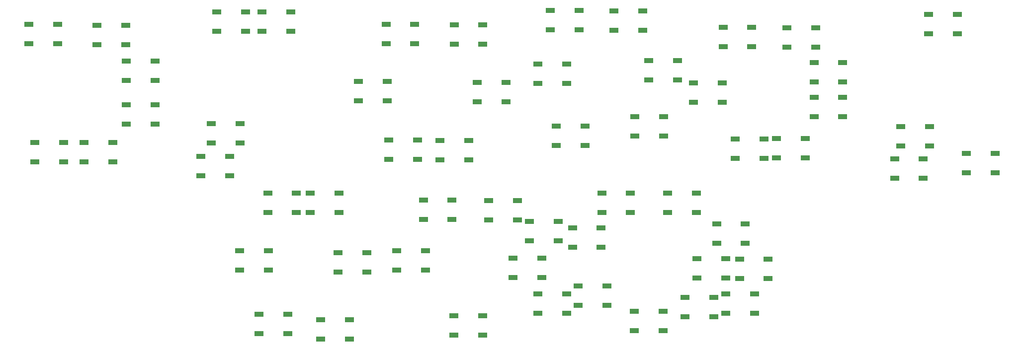
<source format=gbr>
%TF.GenerationSoftware,KiCad,Pcbnew,(6.0.9)*%
%TF.CreationDate,2022-12-26T18:11:15-09:00*%
%TF.ProjectId,PCB_ HUD PANEL,5043422c-2048-4554-9420-50414e454c2e,rev?*%
%TF.SameCoordinates,Original*%
%TF.FileFunction,Paste,Top*%
%TF.FilePolarity,Positive*%
%FSLAX46Y46*%
G04 Gerber Fmt 4.6, Leading zero omitted, Abs format (unit mm)*
G04 Created by KiCad (PCBNEW (6.0.9)) date 2022-12-26 18:11:15*
%MOMM*%
%LPD*%
G01*
G04 APERTURE LIST*
%ADD10R,1.500000X0.900000*%
G04 APERTURE END LIST*
D10*
%TO.C,D56*%
X224150000Y-43350000D03*
X224150000Y-46650000D03*
X229050000Y-46650000D03*
X229050000Y-43350000D03*
%TD*%
%TO.C,D55*%
X230550000Y-67100000D03*
X230550000Y-70400000D03*
X235450000Y-70400000D03*
X235450000Y-67100000D03*
%TD*%
%TO.C,D54*%
X219382000Y-62536000D03*
X219382000Y-65836000D03*
X224282000Y-65836000D03*
X224282000Y-62536000D03*
%TD*%
%TO.C,D53*%
X218313000Y-68022000D03*
X218313000Y-71322000D03*
X223213000Y-71322000D03*
X223213000Y-68022000D03*
%TD*%
%TO.C,D52*%
X191200000Y-64600000D03*
X191200000Y-67900000D03*
X196100000Y-67900000D03*
X196100000Y-64600000D03*
%TD*%
%TO.C,D51*%
X198200000Y-64550000D03*
X198200000Y-67850000D03*
X203100000Y-67850000D03*
X203100000Y-64550000D03*
%TD*%
%TO.C,D50*%
X204600000Y-57500000D03*
X204600000Y-60800000D03*
X209500000Y-60800000D03*
X209500000Y-57500000D03*
%TD*%
%TO.C,D49*%
X204600000Y-51600000D03*
X204600000Y-54900000D03*
X209500000Y-54900000D03*
X209500000Y-51600000D03*
%TD*%
%TO.C,D48*%
X200000000Y-45700000D03*
X200000000Y-49000000D03*
X204900000Y-49000000D03*
X204900000Y-45700000D03*
%TD*%
%TO.C,D47*%
X189100000Y-45600000D03*
X189100000Y-48900000D03*
X194000000Y-48900000D03*
X194000000Y-45600000D03*
%TD*%
%TO.C,D46*%
X184100000Y-55100000D03*
X184100000Y-58400000D03*
X189000000Y-58400000D03*
X189000000Y-55100000D03*
%TD*%
%TO.C,D45*%
X174050000Y-60800000D03*
X174050000Y-64100000D03*
X178950000Y-64100000D03*
X178950000Y-60800000D03*
%TD*%
%TO.C,D44*%
X176450000Y-51300000D03*
X176450000Y-54600000D03*
X181350000Y-54600000D03*
X181350000Y-51300000D03*
%TD*%
%TO.C,D43*%
X170550000Y-42800000D03*
X170550000Y-46100000D03*
X175450000Y-46100000D03*
X175450000Y-42800000D03*
%TD*%
%TO.C,D42*%
X159700000Y-42750000D03*
X159700000Y-46050000D03*
X164600000Y-46050000D03*
X164600000Y-42750000D03*
%TD*%
%TO.C,D41*%
X157550000Y-51850000D03*
X157550000Y-55150000D03*
X162450000Y-55150000D03*
X162450000Y-51850000D03*
%TD*%
%TO.C,D40*%
X160708000Y-62409000D03*
X160708000Y-65709000D03*
X165608000Y-65709000D03*
X165608000Y-62409000D03*
%TD*%
%TO.C,D39*%
X163450000Y-79800000D03*
X163450000Y-83100000D03*
X168350000Y-83100000D03*
X168350000Y-79800000D03*
%TD*%
%TO.C,D38*%
X168450000Y-73900000D03*
X168450000Y-77200000D03*
X173350000Y-77200000D03*
X173350000Y-73900000D03*
%TD*%
%TO.C,D37*%
X179700000Y-73900000D03*
X179700000Y-77200000D03*
X184600000Y-77200000D03*
X184600000Y-73900000D03*
%TD*%
%TO.C,D36*%
X188000000Y-79150000D03*
X188000000Y-82450000D03*
X192900000Y-82450000D03*
X192900000Y-79150000D03*
%TD*%
%TO.C,D35*%
X191900000Y-85100000D03*
X191900000Y-88400000D03*
X196800000Y-88400000D03*
X196800000Y-85100000D03*
%TD*%
%TO.C,D34*%
X184650000Y-85050000D03*
X184650000Y-88350000D03*
X189550000Y-88350000D03*
X189550000Y-85050000D03*
%TD*%
%TO.C,D33*%
X189600000Y-91050000D03*
X189600000Y-94350000D03*
X194500000Y-94350000D03*
X194500000Y-91050000D03*
%TD*%
%TO.C,D32*%
X182650000Y-91650000D03*
X182650000Y-94950000D03*
X187550000Y-94950000D03*
X187550000Y-91650000D03*
%TD*%
%TO.C,D31*%
X174000000Y-94000000D03*
X174000000Y-97300000D03*
X178900000Y-97300000D03*
X178900000Y-94000000D03*
%TD*%
%TO.C,D30*%
X164450000Y-89700000D03*
X164450000Y-93000000D03*
X169350000Y-93000000D03*
X169350000Y-89700000D03*
%TD*%
%TO.C,D29*%
X157582000Y-91034400D03*
X157582000Y-94334400D03*
X162482000Y-94334400D03*
X162482000Y-91034400D03*
%TD*%
%TO.C,D28*%
X133500000Y-83650000D03*
X133500000Y-86950000D03*
X138400000Y-86950000D03*
X138400000Y-83650000D03*
%TD*%
%TO.C,D27*%
X143250000Y-94750000D03*
X143250000Y-98050000D03*
X148150000Y-98050000D03*
X148150000Y-94750000D03*
%TD*%
%TO.C,D26*%
X153350000Y-84950000D03*
X153350000Y-88250000D03*
X158250000Y-88250000D03*
X158250000Y-84950000D03*
%TD*%
%TO.C,D25*%
X156150000Y-78700000D03*
X156150000Y-82000000D03*
X161050000Y-82000000D03*
X161050000Y-78700000D03*
%TD*%
%TO.C,D24*%
X149200000Y-75100000D03*
X149200000Y-78400000D03*
X154100000Y-78400000D03*
X154100000Y-75100000D03*
%TD*%
%TO.C,D23*%
X138050000Y-75050000D03*
X138050000Y-78350000D03*
X142950000Y-78350000D03*
X142950000Y-75050000D03*
%TD*%
%TO.C,D22*%
X132150000Y-64800000D03*
X132150000Y-68100000D03*
X137050000Y-68100000D03*
X137050000Y-64800000D03*
%TD*%
%TO.C,D21*%
X140900000Y-64900000D03*
X140900000Y-68200000D03*
X145800000Y-68200000D03*
X145800000Y-64900000D03*
%TD*%
%TO.C,D20*%
X147250000Y-54950000D03*
X147250000Y-58250000D03*
X152150000Y-58250000D03*
X152150000Y-54950000D03*
%TD*%
%TO.C,D19*%
X143300000Y-45200000D03*
X143300000Y-48500000D03*
X148200000Y-48500000D03*
X148200000Y-45200000D03*
%TD*%
%TO.C,D18*%
X131700000Y-45100000D03*
X131700000Y-48400000D03*
X136600000Y-48400000D03*
X136600000Y-45100000D03*
%TD*%
%TO.C,D17*%
X126988000Y-54788800D03*
X126988000Y-58088800D03*
X131888000Y-58088800D03*
X131888000Y-54788800D03*
%TD*%
%TO.C,D16*%
X118800000Y-73900000D03*
X118800000Y-77200000D03*
X123700000Y-77200000D03*
X123700000Y-73900000D03*
%TD*%
%TO.C,D15*%
X123550000Y-84000000D03*
X123550000Y-87300000D03*
X128450000Y-87300000D03*
X128450000Y-84000000D03*
%TD*%
%TO.C,D14*%
X120600000Y-95450000D03*
X120600000Y-98750000D03*
X125500000Y-98750000D03*
X125500000Y-95450000D03*
%TD*%
%TO.C,D13*%
X110100000Y-94500000D03*
X110100000Y-97800000D03*
X115000000Y-97800000D03*
X115000000Y-94500000D03*
%TD*%
%TO.C,D12*%
X106800000Y-83650000D03*
X106800000Y-86950000D03*
X111700000Y-86950000D03*
X111700000Y-83650000D03*
%TD*%
%TO.C,D11*%
X111550000Y-73900000D03*
X111550000Y-77200000D03*
X116450000Y-77200000D03*
X116450000Y-73900000D03*
%TD*%
%TO.C,D10*%
X110600000Y-42950000D03*
X110600000Y-46250000D03*
X115500000Y-46250000D03*
X115500000Y-42950000D03*
%TD*%
%TO.C,D9*%
X102870000Y-42926800D03*
X102870000Y-46226800D03*
X107770000Y-46226800D03*
X107770000Y-42926800D03*
%TD*%
%TO.C,D8*%
X101907000Y-62053000D03*
X101907000Y-65353000D03*
X106807000Y-65353000D03*
X106807000Y-62053000D03*
%TD*%
%TO.C,D7*%
X100129000Y-67616000D03*
X100129000Y-70916000D03*
X105029000Y-70916000D03*
X105029000Y-67616000D03*
%TD*%
%TO.C,D6*%
X71900000Y-65250000D03*
X71900000Y-68550000D03*
X76800000Y-68550000D03*
X76800000Y-65250000D03*
%TD*%
%TO.C,D5*%
X80250000Y-65250000D03*
X80250000Y-68550000D03*
X85150000Y-68550000D03*
X85150000Y-65250000D03*
%TD*%
%TO.C,D4*%
X87450000Y-58800000D03*
X87450000Y-62100000D03*
X92350000Y-62100000D03*
X92350000Y-58800000D03*
%TD*%
%TO.C,D3*%
X87450000Y-51350000D03*
X87450000Y-54650000D03*
X92350000Y-54650000D03*
X92350000Y-51350000D03*
%TD*%
%TO.C,D2*%
X82500000Y-45250000D03*
X82500000Y-48550000D03*
X87400000Y-48550000D03*
X87400000Y-45250000D03*
%TD*%
%TO.C,D1*%
X70854400Y-45086000D03*
X70854400Y-48386000D03*
X75754400Y-48386000D03*
X75754400Y-45086000D03*
%TD*%
M02*

</source>
